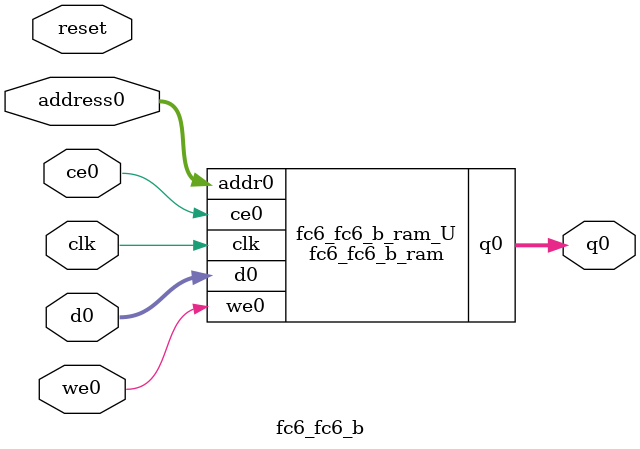
<source format=v>

`timescale 1 ns / 1 ps
module fc6_fc6_b_ram (addr0, ce0, d0, we0, q0,  clk);

parameter DWIDTH = 32;
parameter AWIDTH = 4;
parameter MEM_SIZE = 10;

input[AWIDTH-1:0] addr0;
input ce0;
input[DWIDTH-1:0] d0;
input we0;
output reg[DWIDTH-1:0] q0;
input clk;

(* ram_style = "distributed" *)reg [DWIDTH-1:0] ram[0:MEM_SIZE-1];




always @(posedge clk)  
begin 
    if (ce0) 
    begin
        if (we0) 
        begin 
            ram[addr0] <= d0; 
            q0 <= d0;
        end 
        else 
            q0 <= ram[addr0];
    end
end


endmodule


`timescale 1 ns / 1 ps
module fc6_fc6_b(
    reset,
    clk,
    address0,
    ce0,
    we0,
    d0,
    q0);

parameter DataWidth = 32'd32;
parameter AddressRange = 32'd10;
parameter AddressWidth = 32'd4;
input reset;
input clk;
input[AddressWidth - 1:0] address0;
input ce0;
input we0;
input[DataWidth - 1:0] d0;
output[DataWidth - 1:0] q0;



fc6_fc6_b_ram fc6_fc6_b_ram_U(
    .clk( clk ),
    .addr0( address0 ),
    .ce0( ce0 ),
    .d0( d0 ),
    .we0( we0 ),
    .q0( q0 ));

endmodule


</source>
